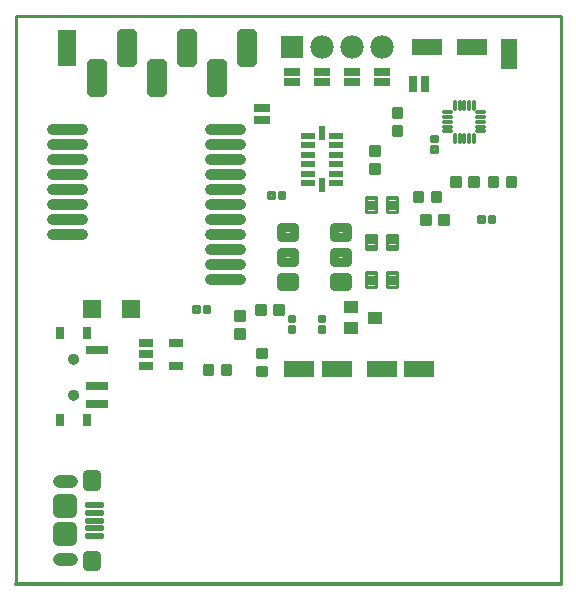
<source format=gts>
G75*
%MOIN*%
%OFA0B0*%
%FSLAX25Y25*%
%IPPOS*%
%LPD*%
%AMOC8*
5,1,8,0,0,1.08239X$1,22.5*
%
%ADD10C,0.01000*%
%ADD11C,0.01200*%
%ADD12R,0.10400X0.05400*%
%ADD13C,0.01450*%
%ADD14R,0.05400X0.10400*%
%ADD15C,0.03153*%
%ADD16R,0.05900X0.05900*%
%ADD17C,0.00850*%
%ADD18C,0.03200*%
%ADD19R,0.06400X0.12400*%
%ADD20R,0.07800X0.07800*%
%ADD21C,0.07800*%
%ADD22C,0.01100*%
%ADD23C,0.00975*%
%ADD24R,0.02900X0.05400*%
%ADD25R,0.05400X0.02900*%
%ADD26R,0.07487X0.03156*%
%ADD27R,0.03156X0.04400*%
%ADD28C,0.00000*%
%ADD29C,0.03600*%
%ADD30C,0.03600*%
%ADD31R,0.04900X0.04400*%
%ADD32R,0.05124X0.02369*%
%ADD33R,0.02369X0.05124*%
%ADD34C,0.01187*%
%ADD35R,0.05124X0.03117*%
%ADD36C,0.04400*%
%ADD37C,0.00987*%
%ADD38C,0.02956*%
%ADD39C,0.03940*%
D10*
X0001600Y0001600D02*
X0001600Y0190950D01*
X0183450Y0190950D01*
X0183450Y0001600D01*
D11*
X0001600Y0001600D01*
D12*
X0096226Y0073116D03*
X0108726Y0073116D03*
X0123726Y0073116D03*
X0136226Y0073116D03*
X0138726Y0180616D03*
X0153726Y0180616D03*
D13*
X0140501Y0150591D02*
X0140501Y0149141D01*
X0140501Y0150591D02*
X0141951Y0150591D01*
X0141951Y0149141D01*
X0140501Y0149141D01*
X0140501Y0150590D02*
X0141951Y0150590D01*
X0140501Y0147091D02*
X0140501Y0145641D01*
X0140501Y0147091D02*
X0141951Y0147091D01*
X0141951Y0145641D01*
X0140501Y0145641D01*
X0140501Y0147090D02*
X0141951Y0147090D01*
X0156251Y0122391D02*
X0157701Y0122391D01*
X0156251Y0122391D02*
X0156251Y0123841D01*
X0157701Y0123841D01*
X0157701Y0122391D01*
X0157701Y0123840D02*
X0156251Y0123840D01*
X0159751Y0122391D02*
X0161201Y0122391D01*
X0159751Y0122391D02*
X0159751Y0123841D01*
X0161201Y0123841D01*
X0161201Y0122391D01*
X0161201Y0123840D02*
X0159751Y0123840D01*
X0103001Y0090591D02*
X0103001Y0089141D01*
X0103001Y0090591D02*
X0104451Y0090591D01*
X0104451Y0089141D01*
X0103001Y0089141D01*
X0103001Y0090590D02*
X0104451Y0090590D01*
X0103001Y0087091D02*
X0103001Y0085641D01*
X0103001Y0087091D02*
X0104451Y0087091D01*
X0104451Y0085641D01*
X0103001Y0085641D01*
X0103001Y0087090D02*
X0104451Y0087090D01*
X0093001Y0087091D02*
X0093001Y0085641D01*
X0093001Y0087091D02*
X0094451Y0087091D01*
X0094451Y0085641D01*
X0093001Y0085641D01*
X0093001Y0087090D02*
X0094451Y0087090D01*
X0093001Y0089141D02*
X0093001Y0090591D01*
X0094451Y0090591D01*
X0094451Y0089141D01*
X0093001Y0089141D01*
X0093001Y0090590D02*
X0094451Y0090590D01*
X0066201Y0093841D02*
X0064751Y0093841D01*
X0066201Y0093841D02*
X0066201Y0092391D01*
X0064751Y0092391D01*
X0064751Y0093841D01*
X0064751Y0093840D02*
X0066201Y0093840D01*
X0062701Y0093841D02*
X0061251Y0093841D01*
X0062701Y0093841D02*
X0062701Y0092391D01*
X0061251Y0092391D01*
X0061251Y0093841D01*
X0061251Y0093840D02*
X0062701Y0093840D01*
X0086251Y0131841D02*
X0087701Y0131841D01*
X0087701Y0130391D01*
X0086251Y0130391D01*
X0086251Y0131841D01*
X0086251Y0131840D02*
X0087701Y0131840D01*
X0089751Y0131841D02*
X0091201Y0131841D01*
X0091201Y0130391D01*
X0089751Y0130391D01*
X0089751Y0131841D01*
X0089751Y0131840D02*
X0091201Y0131840D01*
D14*
X0166226Y0178116D03*
D15*
X0112251Y0120460D02*
X0107917Y0120460D01*
X0112251Y0120460D02*
X0112251Y0117306D01*
X0107917Y0117306D01*
X0107917Y0120460D01*
X0107917Y0120458D02*
X0112251Y0120458D01*
X0112251Y0112193D02*
X0107917Y0112193D01*
X0112251Y0112193D02*
X0112251Y0109039D01*
X0107917Y0109039D01*
X0107917Y0112193D01*
X0107917Y0112191D02*
X0112251Y0112191D01*
X0112251Y0103925D02*
X0107917Y0103925D01*
X0112251Y0103925D02*
X0112251Y0100771D01*
X0107917Y0100771D01*
X0107917Y0103925D01*
X0107917Y0103923D02*
X0112251Y0103923D01*
X0094535Y0103925D02*
X0090201Y0103925D01*
X0094535Y0103925D02*
X0094535Y0100771D01*
X0090201Y0100771D01*
X0090201Y0103925D01*
X0090201Y0103923D02*
X0094535Y0103923D01*
X0094535Y0112193D02*
X0090201Y0112193D01*
X0094535Y0112193D02*
X0094535Y0109039D01*
X0090201Y0109039D01*
X0090201Y0112193D01*
X0090201Y0112191D02*
X0094535Y0112191D01*
X0094535Y0120460D02*
X0090201Y0120460D01*
X0094535Y0120460D02*
X0094535Y0117306D01*
X0090201Y0117306D01*
X0090201Y0120460D01*
X0090201Y0120458D02*
X0094535Y0120458D01*
D16*
X0040226Y0093116D03*
X0027226Y0093116D03*
D17*
X0085251Y0079891D02*
X0085251Y0077341D01*
X0082201Y0077341D01*
X0082201Y0079891D01*
X0085251Y0079891D01*
X0085251Y0078190D02*
X0082201Y0078190D01*
X0082201Y0079039D02*
X0085251Y0079039D01*
X0085251Y0079888D02*
X0082201Y0079888D01*
X0085251Y0073891D02*
X0085251Y0071341D01*
X0082201Y0071341D01*
X0082201Y0073891D01*
X0085251Y0073891D01*
X0085251Y0072190D02*
X0082201Y0072190D01*
X0082201Y0073039D02*
X0085251Y0073039D01*
X0085251Y0073888D02*
X0082201Y0073888D01*
D18*
X0070326Y0165642D02*
X0070326Y0174842D01*
X0070326Y0165642D02*
X0067126Y0165642D01*
X0067126Y0174842D01*
X0070326Y0174842D01*
X0070326Y0168841D02*
X0067126Y0168841D01*
X0067126Y0172040D02*
X0070326Y0172040D01*
X0080326Y0175642D02*
X0080326Y0184842D01*
X0080326Y0175642D02*
X0077126Y0175642D01*
X0077126Y0184842D01*
X0080326Y0184842D01*
X0080326Y0178841D02*
X0077126Y0178841D01*
X0077126Y0182040D02*
X0080326Y0182040D01*
X0060326Y0184842D02*
X0060326Y0175642D01*
X0057126Y0175642D01*
X0057126Y0184842D01*
X0060326Y0184842D01*
X0060326Y0178841D02*
X0057126Y0178841D01*
X0057126Y0182040D02*
X0060326Y0182040D01*
X0050326Y0174842D02*
X0050326Y0165642D01*
X0047126Y0165642D01*
X0047126Y0174842D01*
X0050326Y0174842D01*
X0050326Y0168841D02*
X0047126Y0168841D01*
X0047126Y0172040D02*
X0050326Y0172040D01*
X0040326Y0175642D02*
X0040326Y0184842D01*
X0040326Y0175642D02*
X0037126Y0175642D01*
X0037126Y0184842D01*
X0040326Y0184842D01*
X0040326Y0178841D02*
X0037126Y0178841D01*
X0037126Y0182040D02*
X0040326Y0182040D01*
X0030326Y0174842D02*
X0030326Y0165642D01*
X0027126Y0165642D01*
X0027126Y0174842D01*
X0030326Y0174842D01*
X0030326Y0168841D02*
X0027126Y0168841D01*
X0027126Y0172040D02*
X0030326Y0172040D01*
D19*
X0018726Y0180242D03*
D20*
X0093726Y0180616D03*
D21*
X0103726Y0180616D03*
X0113726Y0180616D03*
X0123726Y0180616D03*
D22*
X0121876Y0125716D02*
X0118576Y0125716D01*
X0118576Y0130516D01*
X0121876Y0130516D01*
X0121876Y0125716D01*
X0121876Y0126815D02*
X0118576Y0126815D01*
X0118576Y0127914D02*
X0121876Y0127914D01*
X0121876Y0129013D02*
X0118576Y0129013D01*
X0118576Y0130112D02*
X0121876Y0130112D01*
X0125576Y0125716D02*
X0128876Y0125716D01*
X0125576Y0125716D02*
X0125576Y0130516D01*
X0128876Y0130516D01*
X0128876Y0125716D01*
X0128876Y0126815D02*
X0125576Y0126815D01*
X0125576Y0127914D02*
X0128876Y0127914D01*
X0128876Y0129013D02*
X0125576Y0129013D01*
X0125576Y0130112D02*
X0128876Y0130112D01*
X0128876Y0113216D02*
X0125576Y0113216D01*
X0125576Y0118016D01*
X0128876Y0118016D01*
X0128876Y0113216D01*
X0128876Y0114315D02*
X0125576Y0114315D01*
X0125576Y0115414D02*
X0128876Y0115414D01*
X0128876Y0116513D02*
X0125576Y0116513D01*
X0125576Y0117612D02*
X0128876Y0117612D01*
X0121876Y0113216D02*
X0118576Y0113216D01*
X0118576Y0118016D01*
X0121876Y0118016D01*
X0121876Y0113216D01*
X0121876Y0114315D02*
X0118576Y0114315D01*
X0118576Y0115414D02*
X0121876Y0115414D01*
X0121876Y0116513D02*
X0118576Y0116513D01*
X0118576Y0117612D02*
X0121876Y0117612D01*
X0121876Y0100716D02*
X0118576Y0100716D01*
X0118576Y0105516D01*
X0121876Y0105516D01*
X0121876Y0100716D01*
X0121876Y0101815D02*
X0118576Y0101815D01*
X0118576Y0102914D02*
X0121876Y0102914D01*
X0121876Y0104013D02*
X0118576Y0104013D01*
X0118576Y0105112D02*
X0121876Y0105112D01*
X0125576Y0100716D02*
X0128876Y0100716D01*
X0125576Y0100716D02*
X0125576Y0105516D01*
X0128876Y0105516D01*
X0128876Y0100716D01*
X0128876Y0101815D02*
X0125576Y0101815D01*
X0125576Y0102914D02*
X0128876Y0102914D01*
X0128876Y0104013D02*
X0125576Y0104013D01*
X0125576Y0105112D02*
X0128876Y0105112D01*
D23*
X0136763Y0121653D02*
X0139689Y0121653D01*
X0136763Y0121653D02*
X0136763Y0124579D01*
X0139689Y0124579D01*
X0139689Y0121653D01*
X0139689Y0122627D02*
X0136763Y0122627D01*
X0136763Y0123601D02*
X0139689Y0123601D01*
X0139689Y0124575D02*
X0136763Y0124575D01*
X0137189Y0129153D02*
X0134263Y0129153D01*
X0134263Y0132079D01*
X0137189Y0132079D01*
X0137189Y0129153D01*
X0137189Y0130127D02*
X0134263Y0130127D01*
X0134263Y0131101D02*
X0137189Y0131101D01*
X0137189Y0132075D02*
X0134263Y0132075D01*
X0140263Y0129153D02*
X0143189Y0129153D01*
X0140263Y0129153D02*
X0140263Y0132079D01*
X0143189Y0132079D01*
X0143189Y0129153D01*
X0143189Y0130127D02*
X0140263Y0130127D01*
X0140263Y0131101D02*
X0143189Y0131101D01*
X0143189Y0132075D02*
X0140263Y0132075D01*
X0146763Y0134153D02*
X0149689Y0134153D01*
X0146763Y0134153D02*
X0146763Y0137079D01*
X0149689Y0137079D01*
X0149689Y0134153D01*
X0149689Y0135127D02*
X0146763Y0135127D01*
X0146763Y0136101D02*
X0149689Y0136101D01*
X0149689Y0137075D02*
X0146763Y0137075D01*
X0152763Y0134153D02*
X0155689Y0134153D01*
X0152763Y0134153D02*
X0152763Y0137079D01*
X0155689Y0137079D01*
X0155689Y0134153D01*
X0155689Y0135127D02*
X0152763Y0135127D01*
X0152763Y0136101D02*
X0155689Y0136101D01*
X0155689Y0137075D02*
X0152763Y0137075D01*
X0159263Y0137079D02*
X0162189Y0137079D01*
X0162189Y0134153D01*
X0159263Y0134153D01*
X0159263Y0137079D01*
X0159263Y0135127D02*
X0162189Y0135127D01*
X0162189Y0136101D02*
X0159263Y0136101D01*
X0159263Y0137075D02*
X0162189Y0137075D01*
X0165263Y0137079D02*
X0168189Y0137079D01*
X0168189Y0134153D01*
X0165263Y0134153D01*
X0165263Y0137079D01*
X0165263Y0135127D02*
X0168189Y0135127D01*
X0168189Y0136101D02*
X0165263Y0136101D01*
X0165263Y0137075D02*
X0168189Y0137075D01*
X0145689Y0121653D02*
X0142763Y0121653D01*
X0142763Y0124579D01*
X0145689Y0124579D01*
X0145689Y0121653D01*
X0145689Y0122627D02*
X0142763Y0122627D01*
X0142763Y0123601D02*
X0145689Y0123601D01*
X0145689Y0124575D02*
X0142763Y0124575D01*
X0119763Y0138653D02*
X0119763Y0141579D01*
X0122689Y0141579D01*
X0122689Y0138653D01*
X0119763Y0138653D01*
X0119763Y0139627D02*
X0122689Y0139627D01*
X0122689Y0140601D02*
X0119763Y0140601D01*
X0119763Y0141575D02*
X0122689Y0141575D01*
X0119763Y0144653D02*
X0119763Y0147579D01*
X0122689Y0147579D01*
X0122689Y0144653D01*
X0119763Y0144653D01*
X0119763Y0145627D02*
X0122689Y0145627D01*
X0122689Y0146601D02*
X0119763Y0146601D01*
X0119763Y0147575D02*
X0122689Y0147575D01*
X0130189Y0151153D02*
X0130189Y0154079D01*
X0130189Y0151153D02*
X0127263Y0151153D01*
X0127263Y0154079D01*
X0130189Y0154079D01*
X0130189Y0152127D02*
X0127263Y0152127D01*
X0127263Y0153101D02*
X0130189Y0153101D01*
X0130189Y0154075D02*
X0127263Y0154075D01*
X0130189Y0157153D02*
X0130189Y0160079D01*
X0130189Y0157153D02*
X0127263Y0157153D01*
X0127263Y0160079D01*
X0130189Y0160079D01*
X0130189Y0158127D02*
X0127263Y0158127D01*
X0127263Y0159101D02*
X0130189Y0159101D01*
X0130189Y0160075D02*
X0127263Y0160075D01*
X0090689Y0094579D02*
X0087763Y0094579D01*
X0090689Y0094579D02*
X0090689Y0091653D01*
X0087763Y0091653D01*
X0087763Y0094579D01*
X0087763Y0092627D02*
X0090689Y0092627D01*
X0090689Y0093601D02*
X0087763Y0093601D01*
X0087763Y0094575D02*
X0090689Y0094575D01*
X0084689Y0094579D02*
X0081763Y0094579D01*
X0084689Y0094579D02*
X0084689Y0091653D01*
X0081763Y0091653D01*
X0081763Y0094579D01*
X0081763Y0092627D02*
X0084689Y0092627D01*
X0084689Y0093601D02*
X0081763Y0093601D01*
X0081763Y0094575D02*
X0084689Y0094575D01*
X0074763Y0092579D02*
X0074763Y0089653D01*
X0074763Y0092579D02*
X0077689Y0092579D01*
X0077689Y0089653D01*
X0074763Y0089653D01*
X0074763Y0090627D02*
X0077689Y0090627D01*
X0077689Y0091601D02*
X0074763Y0091601D01*
X0074763Y0092575D02*
X0077689Y0092575D01*
X0074763Y0086579D02*
X0074763Y0083653D01*
X0074763Y0086579D02*
X0077689Y0086579D01*
X0077689Y0083653D01*
X0074763Y0083653D01*
X0074763Y0084627D02*
X0077689Y0084627D01*
X0077689Y0085601D02*
X0074763Y0085601D01*
X0074763Y0086575D02*
X0077689Y0086575D01*
X0073189Y0071653D02*
X0070263Y0071653D01*
X0070263Y0074579D01*
X0073189Y0074579D01*
X0073189Y0071653D01*
X0073189Y0072627D02*
X0070263Y0072627D01*
X0070263Y0073601D02*
X0073189Y0073601D01*
X0073189Y0074575D02*
X0070263Y0074575D01*
X0067189Y0071653D02*
X0064263Y0071653D01*
X0064263Y0074579D01*
X0067189Y0074579D01*
X0067189Y0071653D01*
X0067189Y0072627D02*
X0064263Y0072627D01*
X0064263Y0073601D02*
X0067189Y0073601D01*
X0067189Y0074575D02*
X0064263Y0074575D01*
D24*
X0134226Y0168116D03*
X0138226Y0168116D03*
D25*
X0123726Y0168844D03*
X0123726Y0172387D03*
X0113726Y0172387D03*
X0113726Y0168844D03*
X0103726Y0168844D03*
X0103726Y0172387D03*
X0093726Y0172387D03*
X0093726Y0168844D03*
X0083726Y0160116D03*
X0083726Y0156116D03*
D26*
X0028639Y0079616D03*
X0028639Y0067616D03*
X0028639Y0061616D03*
D27*
X0025380Y0056116D03*
X0016324Y0056116D03*
X0016324Y0085116D03*
X0025380Y0085116D03*
D28*
X0019252Y0076616D02*
X0019254Y0076696D01*
X0019260Y0076775D01*
X0019270Y0076854D01*
X0019284Y0076933D01*
X0019301Y0077011D01*
X0019323Y0077088D01*
X0019348Y0077163D01*
X0019378Y0077237D01*
X0019410Y0077310D01*
X0019447Y0077381D01*
X0019487Y0077450D01*
X0019530Y0077517D01*
X0019577Y0077582D01*
X0019626Y0077644D01*
X0019679Y0077704D01*
X0019735Y0077761D01*
X0019793Y0077816D01*
X0019854Y0077867D01*
X0019918Y0077915D01*
X0019984Y0077960D01*
X0020052Y0078002D01*
X0020122Y0078040D01*
X0020194Y0078074D01*
X0020267Y0078105D01*
X0020342Y0078133D01*
X0020419Y0078156D01*
X0020496Y0078176D01*
X0020574Y0078192D01*
X0020653Y0078204D01*
X0020732Y0078212D01*
X0020812Y0078216D01*
X0020892Y0078216D01*
X0020972Y0078212D01*
X0021051Y0078204D01*
X0021130Y0078192D01*
X0021208Y0078176D01*
X0021285Y0078156D01*
X0021362Y0078133D01*
X0021437Y0078105D01*
X0021510Y0078074D01*
X0021582Y0078040D01*
X0021652Y0078002D01*
X0021720Y0077960D01*
X0021786Y0077915D01*
X0021850Y0077867D01*
X0021911Y0077816D01*
X0021969Y0077761D01*
X0022025Y0077704D01*
X0022078Y0077644D01*
X0022127Y0077582D01*
X0022174Y0077517D01*
X0022217Y0077450D01*
X0022257Y0077381D01*
X0022294Y0077310D01*
X0022326Y0077237D01*
X0022356Y0077163D01*
X0022381Y0077088D01*
X0022403Y0077011D01*
X0022420Y0076933D01*
X0022434Y0076854D01*
X0022444Y0076775D01*
X0022450Y0076696D01*
X0022452Y0076616D01*
X0022450Y0076536D01*
X0022444Y0076457D01*
X0022434Y0076378D01*
X0022420Y0076299D01*
X0022403Y0076221D01*
X0022381Y0076144D01*
X0022356Y0076069D01*
X0022326Y0075995D01*
X0022294Y0075922D01*
X0022257Y0075851D01*
X0022217Y0075782D01*
X0022174Y0075715D01*
X0022127Y0075650D01*
X0022078Y0075588D01*
X0022025Y0075528D01*
X0021969Y0075471D01*
X0021911Y0075416D01*
X0021850Y0075365D01*
X0021786Y0075317D01*
X0021720Y0075272D01*
X0021652Y0075230D01*
X0021582Y0075192D01*
X0021510Y0075158D01*
X0021437Y0075127D01*
X0021362Y0075099D01*
X0021285Y0075076D01*
X0021208Y0075056D01*
X0021130Y0075040D01*
X0021051Y0075028D01*
X0020972Y0075020D01*
X0020892Y0075016D01*
X0020812Y0075016D01*
X0020732Y0075020D01*
X0020653Y0075028D01*
X0020574Y0075040D01*
X0020496Y0075056D01*
X0020419Y0075076D01*
X0020342Y0075099D01*
X0020267Y0075127D01*
X0020194Y0075158D01*
X0020122Y0075192D01*
X0020052Y0075230D01*
X0019984Y0075272D01*
X0019918Y0075317D01*
X0019854Y0075365D01*
X0019793Y0075416D01*
X0019735Y0075471D01*
X0019679Y0075528D01*
X0019626Y0075588D01*
X0019577Y0075650D01*
X0019530Y0075715D01*
X0019487Y0075782D01*
X0019447Y0075851D01*
X0019410Y0075922D01*
X0019378Y0075995D01*
X0019348Y0076069D01*
X0019323Y0076144D01*
X0019301Y0076221D01*
X0019284Y0076299D01*
X0019270Y0076378D01*
X0019260Y0076457D01*
X0019254Y0076536D01*
X0019252Y0076616D01*
X0019252Y0064616D02*
X0019254Y0064696D01*
X0019260Y0064775D01*
X0019270Y0064854D01*
X0019284Y0064933D01*
X0019301Y0065011D01*
X0019323Y0065088D01*
X0019348Y0065163D01*
X0019378Y0065237D01*
X0019410Y0065310D01*
X0019447Y0065381D01*
X0019487Y0065450D01*
X0019530Y0065517D01*
X0019577Y0065582D01*
X0019626Y0065644D01*
X0019679Y0065704D01*
X0019735Y0065761D01*
X0019793Y0065816D01*
X0019854Y0065867D01*
X0019918Y0065915D01*
X0019984Y0065960D01*
X0020052Y0066002D01*
X0020122Y0066040D01*
X0020194Y0066074D01*
X0020267Y0066105D01*
X0020342Y0066133D01*
X0020419Y0066156D01*
X0020496Y0066176D01*
X0020574Y0066192D01*
X0020653Y0066204D01*
X0020732Y0066212D01*
X0020812Y0066216D01*
X0020892Y0066216D01*
X0020972Y0066212D01*
X0021051Y0066204D01*
X0021130Y0066192D01*
X0021208Y0066176D01*
X0021285Y0066156D01*
X0021362Y0066133D01*
X0021437Y0066105D01*
X0021510Y0066074D01*
X0021582Y0066040D01*
X0021652Y0066002D01*
X0021720Y0065960D01*
X0021786Y0065915D01*
X0021850Y0065867D01*
X0021911Y0065816D01*
X0021969Y0065761D01*
X0022025Y0065704D01*
X0022078Y0065644D01*
X0022127Y0065582D01*
X0022174Y0065517D01*
X0022217Y0065450D01*
X0022257Y0065381D01*
X0022294Y0065310D01*
X0022326Y0065237D01*
X0022356Y0065163D01*
X0022381Y0065088D01*
X0022403Y0065011D01*
X0022420Y0064933D01*
X0022434Y0064854D01*
X0022444Y0064775D01*
X0022450Y0064696D01*
X0022452Y0064616D01*
X0022450Y0064536D01*
X0022444Y0064457D01*
X0022434Y0064378D01*
X0022420Y0064299D01*
X0022403Y0064221D01*
X0022381Y0064144D01*
X0022356Y0064069D01*
X0022326Y0063995D01*
X0022294Y0063922D01*
X0022257Y0063851D01*
X0022217Y0063782D01*
X0022174Y0063715D01*
X0022127Y0063650D01*
X0022078Y0063588D01*
X0022025Y0063528D01*
X0021969Y0063471D01*
X0021911Y0063416D01*
X0021850Y0063365D01*
X0021786Y0063317D01*
X0021720Y0063272D01*
X0021652Y0063230D01*
X0021582Y0063192D01*
X0021510Y0063158D01*
X0021437Y0063127D01*
X0021362Y0063099D01*
X0021285Y0063076D01*
X0021208Y0063056D01*
X0021130Y0063040D01*
X0021051Y0063028D01*
X0020972Y0063020D01*
X0020892Y0063016D01*
X0020812Y0063016D01*
X0020732Y0063020D01*
X0020653Y0063028D01*
X0020574Y0063040D01*
X0020496Y0063056D01*
X0020419Y0063076D01*
X0020342Y0063099D01*
X0020267Y0063127D01*
X0020194Y0063158D01*
X0020122Y0063192D01*
X0020052Y0063230D01*
X0019984Y0063272D01*
X0019918Y0063317D01*
X0019854Y0063365D01*
X0019793Y0063416D01*
X0019735Y0063471D01*
X0019679Y0063528D01*
X0019626Y0063588D01*
X0019577Y0063650D01*
X0019530Y0063715D01*
X0019487Y0063782D01*
X0019447Y0063851D01*
X0019410Y0063922D01*
X0019378Y0063995D01*
X0019348Y0064069D01*
X0019323Y0064144D01*
X0019301Y0064221D01*
X0019284Y0064299D01*
X0019270Y0064378D01*
X0019260Y0064457D01*
X0019254Y0064536D01*
X0019252Y0064616D01*
D29*
X0020852Y0064616D03*
X0020852Y0076616D03*
D30*
X0023726Y0118116D02*
X0013726Y0118116D01*
X0013726Y0123116D02*
X0023726Y0123116D01*
X0023726Y0128116D02*
X0013726Y0128116D01*
X0013726Y0133116D02*
X0023726Y0133116D01*
X0023726Y0138116D02*
X0013726Y0138116D01*
X0013726Y0143116D02*
X0023726Y0143116D01*
X0023726Y0148116D02*
X0013726Y0148116D01*
X0013726Y0153116D02*
X0023726Y0153116D01*
X0066526Y0153216D02*
X0076526Y0153216D01*
X0076526Y0148216D02*
X0066526Y0148216D01*
X0066526Y0143216D02*
X0076526Y0143216D01*
X0076526Y0138216D02*
X0066526Y0138216D01*
X0066526Y0133216D02*
X0076526Y0133216D01*
X0076526Y0128216D02*
X0066526Y0128216D01*
X0066526Y0123216D02*
X0076526Y0123216D01*
X0076526Y0118216D02*
X0066526Y0118216D01*
X0066526Y0113216D02*
X0076526Y0113216D01*
X0076526Y0108216D02*
X0066526Y0108216D01*
X0066526Y0103216D02*
X0076526Y0103216D01*
D31*
X0113289Y0093742D03*
X0113289Y0086742D03*
X0121289Y0090242D03*
D32*
X0108450Y0135242D03*
X0108450Y0138391D03*
X0108450Y0141541D03*
X0108450Y0144691D03*
X0108450Y0147840D03*
X0108450Y0150990D03*
X0099002Y0150990D03*
X0099002Y0147840D03*
X0099002Y0144691D03*
X0099002Y0141541D03*
X0099002Y0138391D03*
X0099002Y0135242D03*
D33*
X0103726Y0134454D03*
X0103726Y0151777D03*
D34*
X0144532Y0152466D02*
X0146896Y0152466D01*
X0144532Y0152466D02*
X0144532Y0152466D01*
X0146896Y0152466D01*
X0146896Y0152466D01*
X0146896Y0154041D02*
X0144532Y0154041D01*
X0144532Y0154041D01*
X0146896Y0154041D01*
X0146896Y0154041D01*
X0146896Y0155616D02*
X0144532Y0155616D01*
X0144532Y0155616D01*
X0146896Y0155616D01*
X0146896Y0155616D01*
X0146896Y0157191D02*
X0144532Y0157191D01*
X0144532Y0157191D01*
X0146896Y0157191D01*
X0146896Y0157191D01*
X0146896Y0158765D02*
X0144532Y0158765D01*
X0144532Y0158765D01*
X0146896Y0158765D01*
X0146896Y0158765D01*
X0148076Y0159946D02*
X0148076Y0162310D01*
X0148076Y0162310D01*
X0148076Y0159946D01*
X0148076Y0159946D01*
X0148076Y0161132D02*
X0148076Y0161132D01*
X0149651Y0162310D02*
X0149651Y0159946D01*
X0149651Y0162310D02*
X0149651Y0162310D01*
X0149651Y0159946D01*
X0149651Y0159946D01*
X0149651Y0161132D02*
X0149651Y0161132D01*
X0151226Y0162310D02*
X0151226Y0159946D01*
X0151226Y0162310D02*
X0151226Y0162310D01*
X0151226Y0159946D01*
X0151226Y0159946D01*
X0151226Y0161132D02*
X0151226Y0161132D01*
X0152801Y0162310D02*
X0152801Y0159946D01*
X0152801Y0162310D02*
X0152801Y0162310D01*
X0152801Y0159946D01*
X0152801Y0159946D01*
X0152801Y0161132D02*
X0152801Y0161132D01*
X0154376Y0162310D02*
X0154376Y0159946D01*
X0154376Y0162310D02*
X0154376Y0162310D01*
X0154376Y0159946D01*
X0154376Y0159946D01*
X0154376Y0161132D02*
X0154376Y0161132D01*
X0155556Y0158765D02*
X0157920Y0158765D01*
X0157920Y0158765D01*
X0155556Y0158765D01*
X0155556Y0158765D01*
X0155556Y0157191D02*
X0157920Y0157191D01*
X0157920Y0157191D01*
X0155556Y0157191D01*
X0155556Y0157191D01*
X0155556Y0155616D02*
X0157920Y0155616D01*
X0157920Y0155616D01*
X0155556Y0155616D01*
X0155556Y0155616D01*
X0155556Y0154041D02*
X0157920Y0154041D01*
X0157920Y0154041D01*
X0155556Y0154041D01*
X0155556Y0154041D01*
X0155556Y0152466D02*
X0157920Y0152466D01*
X0157920Y0152466D01*
X0155556Y0152466D01*
X0155556Y0152466D01*
X0154376Y0151286D02*
X0154376Y0148922D01*
X0154376Y0148922D01*
X0154376Y0151286D01*
X0154376Y0151286D01*
X0154376Y0150108D02*
X0154376Y0150108D01*
X0152801Y0151286D02*
X0152801Y0148922D01*
X0152801Y0148922D01*
X0152801Y0151286D01*
X0152801Y0151286D01*
X0152801Y0150108D02*
X0152801Y0150108D01*
X0151226Y0151286D02*
X0151226Y0148922D01*
X0151226Y0148922D01*
X0151226Y0151286D01*
X0151226Y0151286D01*
X0151226Y0150108D02*
X0151226Y0150108D01*
X0149651Y0151286D02*
X0149651Y0148922D01*
X0149651Y0148922D01*
X0149651Y0151286D01*
X0149651Y0151286D01*
X0149651Y0150108D02*
X0149651Y0150108D01*
X0148076Y0151286D02*
X0148076Y0148922D01*
X0148076Y0148922D01*
X0148076Y0151286D01*
X0148076Y0151286D01*
X0148076Y0150108D02*
X0148076Y0150108D01*
D35*
X0055163Y0081836D03*
X0055163Y0074356D03*
X0044926Y0074356D03*
X0044926Y0078096D03*
X0044926Y0081836D03*
D36*
X0020194Y0035858D02*
X0016194Y0035858D01*
X0016194Y0009874D02*
X0020194Y0009874D01*
D37*
X0030402Y0017254D02*
X0030402Y0018242D01*
X0030402Y0017254D02*
X0025082Y0017254D01*
X0025082Y0018242D01*
X0030402Y0018242D01*
X0030402Y0018240D02*
X0025082Y0018240D01*
X0030402Y0019813D02*
X0030402Y0020801D01*
X0030402Y0019813D02*
X0025082Y0019813D01*
X0025082Y0020801D01*
X0030402Y0020801D01*
X0030402Y0020799D02*
X0025082Y0020799D01*
X0030402Y0022372D02*
X0030402Y0023360D01*
X0030402Y0022372D02*
X0025082Y0022372D01*
X0025082Y0023360D01*
X0030402Y0023360D01*
X0030402Y0023358D02*
X0025082Y0023358D01*
X0030402Y0024931D02*
X0030402Y0025919D01*
X0030402Y0024931D02*
X0025082Y0024931D01*
X0025082Y0025919D01*
X0030402Y0025919D01*
X0030402Y0025917D02*
X0025082Y0025917D01*
X0030402Y0027490D02*
X0030402Y0028478D01*
X0030402Y0027490D02*
X0025082Y0027490D01*
X0025082Y0028478D01*
X0030402Y0028478D01*
X0030402Y0028476D02*
X0025082Y0028476D01*
D38*
X0025567Y0034381D02*
X0028523Y0034381D01*
X0025567Y0034381D02*
X0025567Y0038123D01*
X0028523Y0038123D01*
X0028523Y0034381D01*
X0028523Y0037336D02*
X0025567Y0037336D01*
X0025567Y0007609D02*
X0028523Y0007609D01*
X0025567Y0007609D02*
X0025567Y0011351D01*
X0028523Y0011351D01*
X0028523Y0007609D01*
X0028523Y0010564D02*
X0025567Y0010564D01*
D39*
X0016224Y0016171D02*
X0016224Y0020111D01*
X0020164Y0020111D01*
X0020164Y0016171D01*
X0016224Y0016171D01*
X0016224Y0020110D02*
X0020164Y0020110D01*
X0016224Y0025620D02*
X0016224Y0029560D01*
X0020164Y0029560D01*
X0020164Y0025620D01*
X0016224Y0025620D01*
X0016224Y0029559D02*
X0020164Y0029559D01*
M02*

</source>
